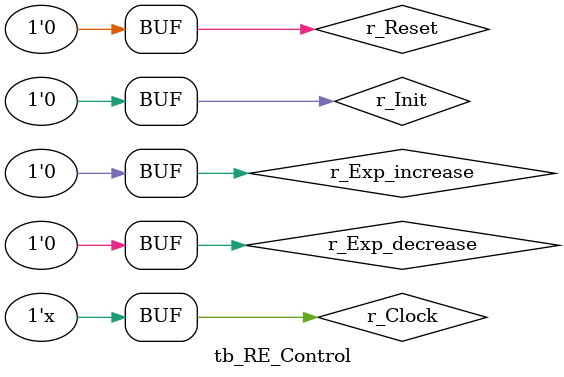
<source format=v>
`timescale 1us/1ns			//Simulation time (how often update values and sets value of delay time units)
module tb_RE_Control;
	parameter s_IDLE	 = 2'b00;	//States for the main FSM
	parameter s_EXPOSURE = 2'b01;
	parameter s_READOUT	 = 2'b10;
	
	parameter s_INIT	= 3'b000;	//States for the sub-FSM
	parameter s_NRE_1	= 3'b001;
	parameter s_ADC_1	= 3'b010;
	parameter s_NOTHING	= 3'b011;
	parameter s_NRE_2	= 3'b100;
	parameter s_ADC_2	= 3'b101;
  	parameter s_END		= 3'b110;
	
	reg r_Init = 1'b0;
	reg r_Clock = 1'b0;
	reg r_Reset = 1'b0;
	reg r_Exp_increase = 1'b0;
	reg r_Exp_decrease = 1'b0;
	
	wire w_NRE_1;
	wire w_NRE_2;
	wire w_ADC;
	wire w_Expose;
	wire w_Erase;
	
	wire [4:0] w_count_time;
	wire [1:0] w_Main_FSM;
	wire [2:0] w_RD_FSM;
	wire [1:0] w_RD_timer;
	
	//Instantiation of RE_Control, called UUT (Unit Under Test)
	RE_Control UUT (
		.IN_Init(r_Init),
		.IN_Clock(r_Clock),
		.IN_Reset(r_Reset),
		.IN_Exp_increase(r_Exp_increase),
		.IN_Exp_decrease(r_Exp_decrease),
		.OUT_NRE_1(w_NRE_1),
		.OUT_NRE_2(w_NRE_2),
		.OUT_ADC(w_ADC),
		.OUT_Expose(w_Expose),
		.OUT_Erase(w_Erase),
		.OUT_count_time(w_count_time),
		.OUT_Main_FSM(w_Main_FSM),
		.OUT_RD_FSM(w_RD_FSM),
		.OUT_RD_timer(w_RD_timer)
	);
  	always #2 r_Clock <= !r_Clock;
	
  	initial begin				//Function calls to create a *.vcd file
  		$dumpfile("dump.vcd");	//NECESSARY JUST TO SIMULATE IN edaplayground.com
  		$dumpvars(1);			//WITH EITHER VERILOG OR SYSTEMVERILOG
	end
  
	initial begin	//Initial block
		r_Reset <= 1'b1; #10		//20us seconds
		r_Reset <= 1'b0; #8
      	
		r_Exp_increase <= 1'b1; #8
		r_Exp_increase <= 1'b0; #5
		r_Exp_increase <= 1'b1; #8
		r_Exp_increase <= 1'b0; #5
		r_Exp_increase <= 1'b1; #8
		r_Exp_increase <= 1'b0; #5
		r_Exp_increase <= 1'b1; #8
		r_Exp_increase <= 1'b0; #5
		
		r_Exp_decrease <= 1'b1; #8
		r_Exp_decrease <= 1'b0; #5
		r_Exp_decrease <= 1'b1; #8
		r_Exp_decrease <= 1'b0; #5
		
		r_Init <= 1'b1; #5
		r_Init <= 1'b0; #60
		
		$display("Test Complete");
	end

endmodule	//tb_RE_Control
</source>
